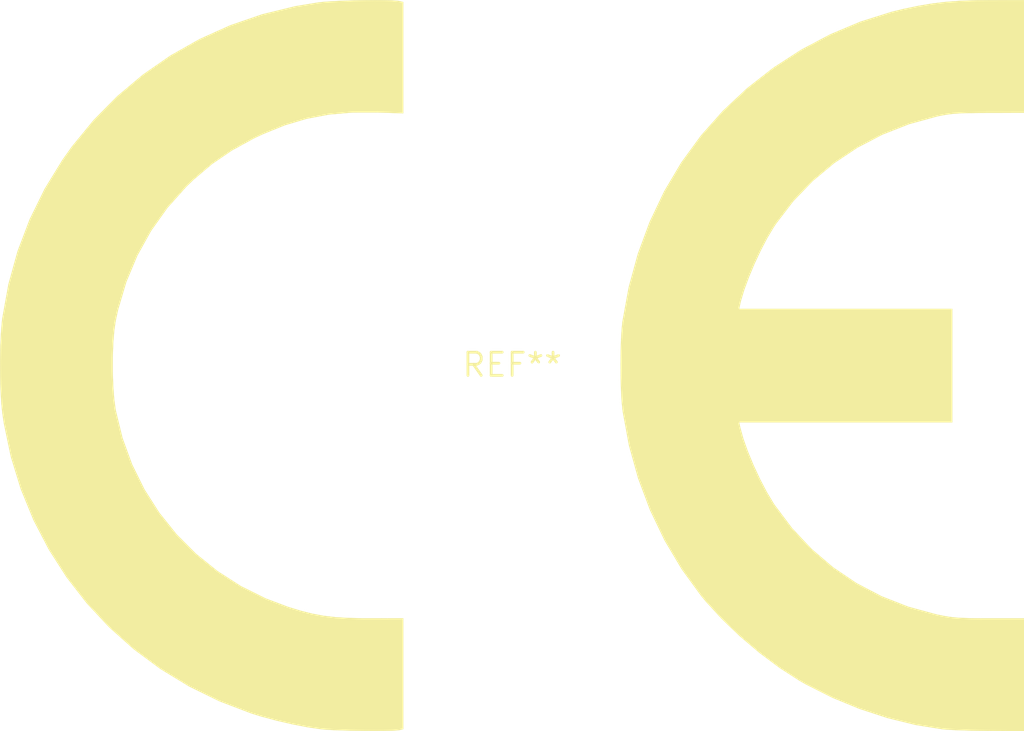
<source format=kicad_pcb>
(kicad_pcb (version 20240108) (generator pcbnew)
  (layers (0 "F.Cu" signal) (31 "B.Cu" signal) (34 "B.Paste" user) (35 "F.Paste" user) (36 "B.SilkS" user "B.Silkscreen") (37 "F.SilkS" user "F.Silkscreen") (38 "B.Mask" user) (39 "F.Mask" user) (44 "Edge.Cuts" user))
  (net 0 "")
  (footprint "CE-Logo_56.1x40mm_SilkScreen" (layer "F.Cu") (at 0 0)
    (property "Reference" "REF**")
    (property "Value" "CE-Logo_56.1x40mm_SilkScreen")
    (fp_poly (pts (xy -7.023312 -19.965911) (xy -6.59639 -19.954919) (xy -6.287648 -19.935255) (xy -6.152931 -19.914451) (xy -5.955862 -19.861639) (xy -5.955862 -13.767521) (xy -7.343129 -13.815662) (xy -8.732378 -13.813916) (xy -10.018034 -13.702296) (xy -11.239147 -13.472606) (xy -12.434765 -13.116652) (xy -13.643939 -12.626238) (xy -14.145173 -12.388111) (xy -15.340545 -11.73201) (xy -16.417335 -10.994805) (xy -17.42631 -10.140189) (xy -17.818775 -9.760844) (xy -18.855825 -8.601193) (xy -19.753008 -7.338898) (xy -20.505825 -5.982494) (xy -21.109779 -4.540513) (xy -21.560373 -3.021491) (xy -21.693841 -2.408621) (xy -21.774274 -1.852176) (xy -21.827978 -1.170309) (xy -21.854998 -0.410709) (xy -21.855383 0.378933) (xy -21.82918 1.150925) (xy -21.776435 1.857577) (xy -21.697195 2.451199) (xy -21.688999 2.496207) (xy -21.319208 4.010548) (xy -20.793608 5.455217) (xy -20.120729 6.820488) (xy -19.309097 8.096632) (xy -18.367242 9.273923) (xy -17.303692 10.342635) (xy -16.126974 11.293039) (xy -14.845617 12.115409) (xy -13.46815 12.800018) (xy -12.253327 13.258167) (xy -11.570472 13.467265) (xy -10.943291 13.626236) (xy -10.329139 13.741003) (xy -9.685366 13.817487) (xy -8.969326 13.861611) (xy -8.138371 13.879298) (xy -7.773276 13.880308) (xy -5.955862 13.878202) (xy -5.955862 19.949224) (xy -6.152931 20.002037) (xy -6.321097 20.021885) (xy -6.632238 20.035554) (xy -7.054279 20.04336) (xy -7.555145 20.045619) (xy -8.102758 20.042647) (xy -8.665044 20.034759) (xy -9.209926 20.022271) (xy -9.705329 20.005499) (xy -10.119176 19.98476) (xy -10.419392 19.960368) (xy -10.422759 19.959988) (xy -11.170898 19.851086) (xy -12.015704 19.68799) (xy -12.892721 19.485242) (xy -13.737491 19.257384) (xy -14.274311 19.091002) (xy -16.025733 18.422057) (xy -17.685693 17.607811) (xy -19.247637 16.656182) (xy -20.705013 15.575088) (xy -22.051268 14.372446) (xy -23.279847 13.056175) (xy -24.384197 11.634193) (xy -25.357765 10.114417) (xy -26.193998 8.504764) (xy -26.886342 6.813154) (xy -27.428244 5.047503) (xy -27.81315 3.21573) (xy -27.900658 2.627586) (xy -27.956646 2.066369) (xy -27.995169 1.377885) (xy -28.016228 0.609169) (xy -28.019823 -0.192746) (xy -28.005955 -0.980828) (xy -27.974622 -1.708042) (xy -27.925825 -2.327355) (xy -27.900658 -2.54) (xy -27.563527 -4.411326) (xy -27.064022 -6.219378) (xy -26.403843 -7.959962) (xy -25.584687 -9.628885) (xy -24.608255 -11.221952) (xy -24.086385 -11.955518) (xy -22.906064 -13.395489) (xy -21.608385 -14.708889) (xy -20.202384 -15.890433) (xy -18.697096 -16.934838) (xy -17.101554 -17.836817) (xy -15.424793 -18.591088) (xy -13.675849 -19.192366) (xy -11.863755 -19.635367) (xy -10.60052 -19.843442) (xy -10.253105 -19.878684) (xy -9.797176 -19.908871) (xy -9.26512 -19.933489) (xy -8.68932 -19.952018) (xy -8.102163 -19.963943) (xy -7.536032 -19.968746) (xy -7.023312 -19.965911)) (layer "F.SilkS") (stroke (width 0.01)) (fill solid))
    (fp_poly (pts (xy 28.027592 -16.882242) (xy 28.027599 -13.794828) (xy 26.078799 -13.792913) (xy 25.40365 -13.790099) (xy 24.86966 -13.781574) (xy 24.442845 -13.764979) (xy 24.089224 -13.737957) (xy 23.774816 -13.698149) (xy 23.465637 -13.643197) (xy 23.241196 -13.59601) (xy 21.719496 -13.1768) (xy 20.267468 -12.605714) (xy 18.896783 -11.890699) (xy 17.61911 -11.039704) (xy 16.446119 -10.060676) (xy 15.389481 -8.961565) (xy 14.460865 -7.750317) (xy 14.29774 -7.504887) (xy 13.954797 -6.929198) (xy 13.60456 -6.257738) (xy 13.26678 -5.535779) (xy 12.961205 -4.808593) (xy 12.707585 -4.121454) (xy 12.525669 -3.519633) (xy 12.485326 -3.350173) (xy 12.423323 -3.065518) (xy 24.086207 -3.065518) (xy 24.086207 3.153103) (xy 12.423323 3.153103) (xy 12.485326 3.437758) (xy 12.65124 4.042666) (xy 12.899435 4.743525) (xy 13.209504 5.494365) (xy 13.561039 6.249218) (xy 13.933636 6.962117) (xy 14.306888 7.587093) (xy 14.369494 7.682118) (xy 15.321167 8.949793) (xy 16.388413 10.087484) (xy 17.564626 11.09074) (xy 18.843203 11.955108) (xy 20.217538 12.676135) (xy 21.681028 13.24937) (xy 23.227067 13.67036) (xy 23.264813 13.678488) (xy 23.612943 13.748675) (xy 23.933519 13.800918) (xy 24.26224 13.837764) (xy 24.634802 13.861756) (xy 25.086904 13.875442) (xy 25.654243 13.881365) (xy 26.122586 13.882259) (xy 28.027586 13.882104) (xy 28.027586 20.057241) (xy 26.122586 20.045878) (xy 25.513647 20.038905) (xy 24.919557 20.02604) (xy 24.378425 20.008559) (xy 23.928359 19.987741) (xy 23.60747 19.964863) (xy 23.560689 19.959988) (xy 22.068328 19.720349) (xy 20.533316 19.341526) (xy 18.997573 18.837742) (xy 17.503021 18.223219) (xy 16.09158 17.512177) (xy 15.722132 17.30076) (xy 14.639381 16.602485) (xy 13.54073 15.780717) (xy 12.469584 14.872924) (xy 11.469351 13.916575) (xy 10.583437 12.949139) (xy 10.34147 12.656162) (xy 9.27342 11.18905) (xy 8.337752 9.615746) (xy 7.541132 7.952044) (xy 6.890224 6.213735) (xy 6.391693 4.416615) (xy 6.052205 2.576476) (xy 6.035358 2.452413) (xy 5.98935 1.977943) (xy 5.956686 1.377409) (xy 5.937379 0.694668) (xy 5.931441 -0.026423) (xy 5.938884 -0.742008) (xy 5.959722 -1.408228) (xy 5.993966 -1.981228) (xy 6.033984 -2.364828) (xy 6.377967 -4.251181) (xy 6.876044 -6.075448) (xy 7.523692 -7.826918) (xy 8.316388 -9.494879) (xy 9.249608 -11.068621) (xy 10.318829 -12.537432) (xy 10.34147 -12.565542) (xy 11.535094 -13.909265) (xy 12.853555 -15.143791) (xy 14.28065 -16.258993) (xy 15.800174 -17.244744) (xy 17.395925 -18.090917) (xy 19.051698 -18.787386) (xy 20.751289 -19.324024) (xy 21.415409 -19.486213) (xy 22.235788 -19.657236) (xy 22.99829 -19.785322) (xy 23.75186 -19.875433) (xy 24.545447 -19.932534) (xy 25.427994 -19.961586) (xy 26.166379 -19.967946) (xy 28.027586 -19.969655) (xy 28.027592 -16.882242)) (layer "F.SilkS") (stroke (width 0.01)) (fill solid))
  )
)
</source>
